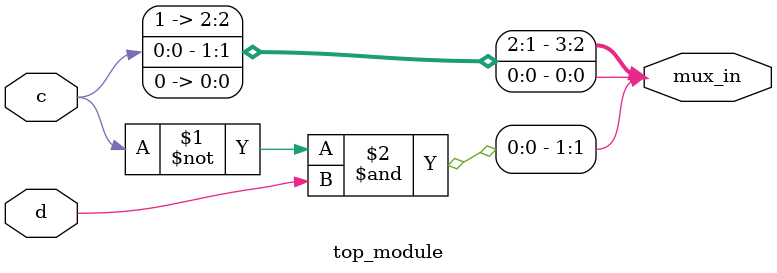
<source format=sv>
module top_module (
    input c,
    input d,
    output [3:0] mux_in
);

    assign mux_in[0] = 0;        // cd=00 and ab=00 -> 0
    assign mux_in[1] = ~c & d;   // cd=01 and ab=01 -> 1 when c=0 & d=1
    assign mux_in[2] = c;        // cd=11 and ab=11 -> 1 when c=1 & d=1
    assign mux_in[3] = 1;        // cd=10 and ab=10 -> 1

endmodule

</source>
